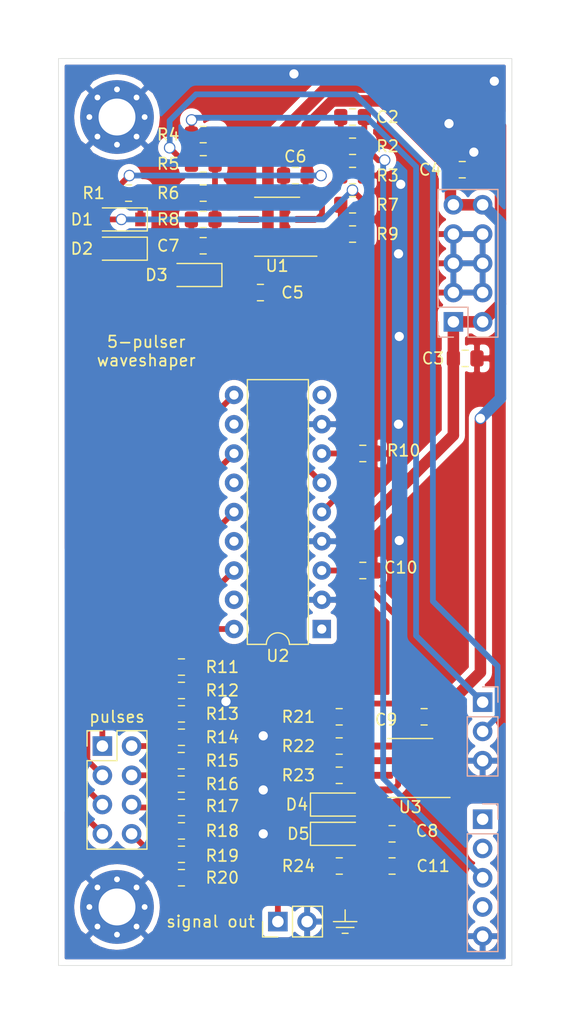
<source format=kicad_pcb>
(kicad_pcb (version 20171130) (host pcbnew 5.1.6-c6e7f7d~87~ubuntu18.04.1)
  (title_block (title "Five Pulser") (date 2020-07-22) (rev 0) (comment 1 creativecommons.org/licenses/by/4.0/) (comment 2 "License: CC by 4.0") (comment 3 "Author: Jordan Aceto"))
  (layers (0 F.Cu signal) (31 B.Cu signal) (34 B.Paste user hide) (35 F.Paste user hide) (36 B.SilkS user) (37 F.SilkS user) (38 B.Mask user) (39 F.Mask user hide) (44 Edge.Cuts user))
  (net 0 "")
  (net 1 "Net-(C2-Pad2)")
  (net 2 "Net-(C2-Pad1)")
  (net 3 "Net-(C7-Pad2)")
  (net 4 "Net-(C7-Pad1)")
  (net 5 GND)
  (net 6 "Net-(C11-Pad1)")
  (net 7 -5_volts)
  (net 8 "Net-(D1-Pad1)")
  (net 9 "Net-(D3-Pad1)")
  (net 10 "Net-(D4-Pad2)")
  (net 11 "Net-(J1-Pad4)")
  (net 12 "Net-(J1-Pad2)")
  (net 13 "Net-(J1-Pad1)")
  (net 14 "Net-(J2-Pad2)")
  (net 15 "Net-(J2-Pad1)")
  (net 16 "Net-(J4-Pad1)")
  (net 17 "Net-(R7-Pad1)")
  (net 18 "Net-(R9-Pad1)")
  (net 19 "Net-(R10-Pad1)")
  (net 20 "Net-(R11-Pad1)")
  (net 21 "Net-(R12-Pad1)")
  (net 22 "Net-(R21-Pad1)")
  (net 23 "Net-(R23-Pad2)")
  (net 24 "Net-(U2-Pad9)")
  (net 25 "Net-(U2-Pad17)")
  (net 26 "Net-(U2-Pad15)")
  (net 27 "Net-(U2-Pad13)")
  (net 28 "Net-(U2-Pad11)")
  (net 29 "Net-(U2-Pad1)")
  (net 30 "Net-(J5-Pad8)")
  (net 31 "Net-(J5-Pad7)")
  (net 32 "Net-(J5-Pad6)")
  (net 33 "Net-(J5-Pad5)")
  (net 34 "Net-(J5-Pad4)")
  (net 35 "Net-(J5-Pad3)")
  (net 36 "Net-(J5-Pad2)")
  (net 37 "Net-(J5-Pad1)")
  (net 38 "Net-(U3-Pad1)")
  (net 39 +12V)
  (net 40 -12V)
  (module Connector_PinHeader_2.54mm:PinHeader_2x05_P2.54mm_Vertical (layer B.Cu) (at 110.49 60.96)
    (fp_text reference J3 hide)
    (fp_text value Conn_02x05_Odd_Even)
    (pad 10 thru_hole oval (at 2.54 -10.16) (size 1.7 1.7) (drill 1) (layers *.Cu *.Mask) (net 40 -12V))
    (pad 9 thru_hole oval (at 0 -10.16) (size 1.7 1.7) (drill 1) (layers *.Cu *.Mask) (net 40 -12V))
    (pad 8 thru_hole oval (at 2.54 -7.62) (size 1.7 1.7) (drill 1) (layers *.Cu *.Mask) (net 5 GND))
    (pad 7 thru_hole oval (at 0 -7.62) (size 1.7 1.7) (drill 1) (layers *.Cu *.Mask) (net 5 GND))
    (pad 6 thru_hole oval (at 2.54 -5.08) (size 1.7 1.7) (drill 1) (layers *.Cu *.Mask) (net 5 GND))
    (pad 5 thru_hole oval (at 0 -5.08) (size 1.7 1.7) (drill 1) (layers *.Cu *.Mask) (net 5 GND))
    (pad 4 thru_hole oval (at 2.54 -2.54) (size 1.7 1.7) (drill 1) (layers *.Cu *.Mask) (net 5 GND))
    (pad 3 thru_hole oval (at 0 -2.54) (size 1.7 1.7) (drill 1) (layers *.Cu *.Mask) (net 5 GND))
    (pad 2 thru_hole oval (at 2.54 0) (size 1.7 1.7) (drill 1) (layers *.Cu *.Mask) (net 39 +12V))
    (pad 1 thru_hole rect (at 0 0) (size 1.7 1.7) (drill 1) (layers *.Cu *.Mask) (net 39 +12V))
  )
  (module Connector_PinHeader_2.54mm:PinHeader_2x04_P2.54mm_Vertical (layer F.Cu) (at 80.01 97.79)
    (fp_text reference J5 hide)
    (fp_text value pulses)
    (pad 8 thru_hole oval (at 2.54 7.62) (size 1.7 1.7) (drill 1) (layers *.Cu *.Mask) (net 30 "Net-(J5-Pad8)"))
    (pad 7 thru_hole oval (at 0 7.62) (size 1.7 1.7) (drill 1) (layers *.Cu *.Mask) (net 31 "Net-(J5-Pad7)"))
    (pad 6 thru_hole oval (at 2.54 5.08) (size 1.7 1.7) (drill 1) (layers *.Cu *.Mask) (net 32 "Net-(J5-Pad6)"))
    (pad 5 thru_hole oval (at 0 5.08) (size 1.7 1.7) (drill 1) (layers *.Cu *.Mask) (net 33 "Net-(J5-Pad5)"))
    (pad 4 thru_hole oval (at 2.54 2.54) (size 1.7 1.7) (drill 1) (layers *.Cu *.Mask) (net 34 "Net-(J5-Pad4)"))
    (pad 3 thru_hole oval (at 0 2.54) (size 1.7 1.7) (drill 1) (layers *.Cu *.Mask) (net 35 "Net-(J5-Pad3)"))
    (pad 2 thru_hole oval (at 2.54 0) (size 1.7 1.7) (drill 1) (layers *.Cu *.Mask) (net 36 "Net-(J5-Pad2)"))
    (pad 1 thru_hole rect (at 0 0) (size 1.7 1.7) (drill 1) (layers *.Cu *.Mask) (net 37 "Net-(J5-Pad1)"))
  )
  (module Package_SO:SOIC-8_3.9x4.9mm_P1.27mm (layer F.Cu) (at 106.745 99.695 180)
    (fp_text reference U3 (at 0 -3.4) (layer F.SilkS))
    (fp_text value TL072)
    (pad 8 smd roundrect (at 2.475 -1.905 180) (size 1.95 0.6) (layers F.Cu F.Paste F.Mask) (net 39 +12V))
    (pad 7 smd roundrect (at 2.475 -0.635 180) (size 1.95 0.6) (layers F.Cu F.Paste F.Mask) (net 23 "Net-(R23-Pad2)"))
    (pad 6 smd roundrect (at 2.475 0.635 180) (size 1.95 0.6) (layers F.Cu F.Paste F.Mask) (net 21 "Net-(R12-Pad1)"))
    (pad 5 smd roundrect (at 2.475 1.905 180) (size 1.95 0.6) (layers F.Cu F.Paste F.Mask) (net 22 "Net-(R21-Pad1)"))
    (pad 4 smd roundrect (at -2.475 1.905 180) (size 1.95 0.6) (layers F.Cu F.Paste F.Mask) (net 40 -12V))
    (pad 3 smd roundrect (at -2.475 0.635 180) (size 1.95 0.6) (layers F.Cu F.Paste F.Mask) (net 5 GND))
    (pad 2 smd roundrect (at -2.475 -0.635 180) (size 1.95 0.6) (layers F.Cu F.Paste F.Mask) (net 38 "Net-(U3-Pad1)"))
    (pad 1 smd roundrect (at -2.475 -1.905 180) (size 1.95 0.6) (layers F.Cu F.Paste F.Mask) (net 38 "Net-(U3-Pad1)"))
  )
  (module Package_DIP:DIP-18_W7.62mm (layer F.Cu) (at 99.06 87.63 180)
    (fp_text reference U2 (at 3.81 -2.33) (layer F.SilkS))
    (fp_text value LM3914)
    (pad 18 thru_hole oval (at 7.62 0 180) (size 1.6 1.6) (drill 0.8) (layers *.Cu *.Mask) (net 20 "Net-(R11-Pad1)"))
    (pad 9 thru_hole oval (at 0 20.32 180) (size 1.6 1.6) (drill 0.8) (layers *.Cu *.Mask) (net 24 "Net-(U2-Pad9)"))
    (pad 17 thru_hole oval (at 7.62 2.54 180) (size 1.6 1.6) (drill 0.8) (layers *.Cu *.Mask) (net 25 "Net-(U2-Pad17)"))
    (pad 8 thru_hole oval (at 0 17.78 180) (size 1.6 1.6) (drill 0.8) (layers *.Cu *.Mask) (net 5 GND))
    (pad 16 thru_hole oval (at 7.62 5.08 180) (size 1.6 1.6) (drill 0.8) (layers *.Cu *.Mask) (net 37 "Net-(J5-Pad1)"))
    (pad 7 thru_hole oval (at 0 15.24 180) (size 1.6 1.6) (drill 0.8) (layers *.Cu *.Mask) (net 19 "Net-(R10-Pad1)"))
    (pad 15 thru_hole oval (at 7.62 7.62 180) (size 1.6 1.6) (drill 0.8) (layers *.Cu *.Mask) (net 26 "Net-(U2-Pad15)"))
    (pad 6 thru_hole oval (at 0 12.7 180) (size 1.6 1.6) (drill 0.8) (layers *.Cu *.Mask) (net 9 "Net-(D3-Pad1)"))
    (pad 14 thru_hole oval (at 7.62 10.16 180) (size 1.6 1.6) (drill 0.8) (layers *.Cu *.Mask) (net 35 "Net-(J5-Pad3)"))
    (pad 5 thru_hole oval (at 0 10.16 180) (size 1.6 1.6) (drill 0.8) (layers *.Cu *.Mask) (net 18 "Net-(R9-Pad1)"))
    (pad 13 thru_hole oval (at 7.62 12.7 180) (size 1.6 1.6) (drill 0.8) (layers *.Cu *.Mask) (net 27 "Net-(U2-Pad13)"))
    (pad 4 thru_hole oval (at 0 7.62 180) (size 1.6 1.6) (drill 0.8) (layers *.Cu *.Mask) (net 5 GND))
    (pad 12 thru_hole oval (at 7.62 15.24 180) (size 1.6 1.6) (drill 0.8) (layers *.Cu *.Mask) (net 33 "Net-(J5-Pad5)"))
    (pad 3 thru_hole oval (at 0 5.08 180) (size 1.6 1.6) (drill 0.8) (layers *.Cu *.Mask) (net 39 +12V))
    (pad 11 thru_hole oval (at 7.62 17.78 180) (size 1.6 1.6) (drill 0.8) (layers *.Cu *.Mask) (net 28 "Net-(U2-Pad11)"))
    (pad 2 thru_hole oval (at 0 2.54 180) (size 1.6 1.6) (drill 0.8) (layers *.Cu *.Mask) (net 5 GND))
    (pad 10 thru_hole oval (at 7.62 20.32 180) (size 1.6 1.6) (drill 0.8) (layers *.Cu *.Mask) (net 31 "Net-(J5-Pad7)"))
    (pad 1 thru_hole rect (at 0 0 180) (size 1.6 1.6) (drill 0.8) (layers *.Cu *.Mask) (net 29 "Net-(U2-Pad1)"))
  )
  (module Package_SO:SOIC-8_3.9x4.9mm_P1.27mm (layer F.Cu) (at 95.185 52.705 180)
    (fp_text reference U1 (at 0 -3.4) (layer F.SilkS))
    (fp_text value TL072)
    (pad 8 smd roundrect (at 2.475 -1.905 180) (size 1.95 0.6) (layers F.Cu F.Paste F.Mask) (net 39 +12V))
    (pad 7 smd roundrect (at 2.475 -0.635 180) (size 1.95 0.6) (layers F.Cu F.Paste F.Mask) (net 4 "Net-(C7-Pad1)"))
    (pad 6 smd roundrect (at 2.475 0.635 180) (size 1.95 0.6) (layers F.Cu F.Paste F.Mask) (net 3 "Net-(C7-Pad2)"))
    (pad 5 smd roundrect (at 2.475 1.905 180) (size 1.95 0.6) (layers F.Cu F.Paste F.Mask) (net 5 GND))
    (pad 4 smd roundrect (at -2.475 1.905 180) (size 1.95 0.6) (layers F.Cu F.Paste F.Mask) (net 40 -12V))
    (pad 3 smd roundrect (at -2.475 0.635 180) (size 1.95 0.6) (layers F.Cu F.Paste F.Mask) (net 2 "Net-(C2-Pad1)"))
    (pad 2 smd roundrect (at -2.475 -0.635 180) (size 1.95 0.6) (layers F.Cu F.Paste F.Mask) (net 17 "Net-(R7-Pad1)"))
    (pad 1 smd roundrect (at -2.475 -1.905 180) (size 1.95 0.6) (layers F.Cu F.Paste F.Mask) (net 18 "Net-(R9-Pad1)"))
  )
  (module Resistor_SMD:R_0805_2012Metric_Pad1.15x1.40mm_HandSolder (layer F.Cu) (at 100.584 108.204)
    (fp_text reference R24 (at -3.547 0) (layer F.SilkS))
    (fp_text value 1k)
    (pad 2 smd roundrect (at 1.025 0) (size 1.15 1.4) (layers F.Cu F.Paste F.Mask) (roundrect_rratio 0.217391) (net 6 "Net-(C11-Pad1)"))
    (pad 1 smd roundrect (at -1.025 0) (size 1.15 1.4) (layers F.Cu F.Paste F.Mask) (roundrect_rratio 0.217391) (net 16 "Net-(J4-Pad1)"))
  )
  (module Resistor_SMD:R_0805_2012Metric_Pad1.15x1.40mm_HandSolder (layer F.Cu) (at 100.575 100.33)
    (fp_text reference R23 (at -3.547 0) (layer F.SilkS))
    (fp_text value 3k9)
    (pad 2 smd roundrect (at 1.025 0) (size 1.15 1.4) (layers F.Cu F.Paste F.Mask) (roundrect_rratio 0.217391) (net 23 "Net-(R23-Pad2)"))
    (pad 1 smd roundrect (at -1.025 0) (size 1.15 1.4) (layers F.Cu F.Paste F.Mask) (roundrect_rratio 0.217391) (net 6 "Net-(C11-Pad1)"))
  )
  (module Resistor_SMD:R_0805_2012Metric_Pad1.15x1.40mm_HandSolder (layer F.Cu) (at 100.575 97.79)
    (fp_text reference R22 (at -3.547 0) (layer F.SilkS))
    (fp_text value 22k)
    (pad 2 smd roundrect (at 1.025 0) (size 1.15 1.4) (layers F.Cu F.Paste F.Mask) (roundrect_rratio 0.217391) (net 22 "Net-(R21-Pad1)"))
    (pad 1 smd roundrect (at -1.025 0) (size 1.15 1.4) (layers F.Cu F.Paste F.Mask) (roundrect_rratio 0.217391) (net 5 GND))
  )
  (module Resistor_SMD:R_0805_2012Metric_Pad1.15x1.40mm_HandSolder (layer F.Cu) (at 100.575 95.25 180)
    (fp_text reference R21 (at 3.547 0) (layer F.SilkS))
    (fp_text value 3k9)
    (pad 2 smd roundrect (at 1.025 0 180) (size 1.15 1.4) (layers F.Cu F.Paste F.Mask) (roundrect_rratio 0.217391) (net 39 +12V))
    (pad 1 smd roundrect (at -1.025 0 180) (size 1.15 1.4) (layers F.Cu F.Paste F.Mask) (roundrect_rratio 0.217391) (net 22 "Net-(R21-Pad1)"))
  )
  (module Resistor_SMD:R_0805_2012Metric_Pad1.15x1.40mm_HandSolder (layer F.Cu) (at 86.877 109.22 180)
    (fp_text reference R20 (at -3.547 0) (layer F.SilkS))
    (fp_text value 150k)
    (pad 2 smd roundrect (at 1.025 0 180) (size 1.15 1.4) (layers F.Cu F.Paste F.Mask) (roundrect_rratio 0.217391) (net 30 "Net-(J5-Pad8)"))
    (pad 1 smd roundrect (at -1.025 0 180) (size 1.15 1.4) (layers F.Cu F.Paste F.Mask) (roundrect_rratio 0.217391) (net 21 "Net-(R12-Pad1)"))
  )
  (module Resistor_SMD:R_0805_2012Metric_Pad1.15x1.40mm_HandSolder (layer F.Cu) (at 86.877 107.188)
    (fp_text reference R19 (at 3.547 0.127) (layer F.SilkS))
    (fp_text value 10k)
    (pad 2 smd roundrect (at 1.025 0) (size 1.15 1.4) (layers F.Cu F.Paste F.Mask) (roundrect_rratio 0.217391) (net 39 +12V))
    (pad 1 smd roundrect (at -1.025 0) (size 1.15 1.4) (layers F.Cu F.Paste F.Mask) (roundrect_rratio 0.217391) (net 30 "Net-(J5-Pad8)"))
  )
  (module Resistor_SMD:R_0805_2012Metric_Pad1.15x1.40mm_HandSolder (layer F.Cu) (at 86.877 105.156 180)
    (fp_text reference R18 (at -3.547 0) (layer F.SilkS))
    (fp_text value 150k)
    (pad 2 smd roundrect (at 1.025 0 180) (size 1.15 1.4) (layers F.Cu F.Paste F.Mask) (roundrect_rratio 0.217391) (net 32 "Net-(J5-Pad6)"))
    (pad 1 smd roundrect (at -1.025 0 180) (size 1.15 1.4) (layers F.Cu F.Paste F.Mask) (roundrect_rratio 0.217391) (net 21 "Net-(R12-Pad1)"))
  )
  (module Resistor_SMD:R_0805_2012Metric_Pad1.15x1.40mm_HandSolder (layer F.Cu) (at 86.877 103.124)
    (fp_text reference R17 (at 3.547 -0.127) (layer F.SilkS))
    (fp_text value 10k)
    (pad 2 smd roundrect (at 1.025 0) (size 1.15 1.4) (layers F.Cu F.Paste F.Mask) (roundrect_rratio 0.217391) (net 39 +12V))
    (pad 1 smd roundrect (at -1.025 0) (size 1.15 1.4) (layers F.Cu F.Paste F.Mask) (roundrect_rratio 0.217391) (net 32 "Net-(J5-Pad6)"))
  )
  (module Resistor_SMD:R_0805_2012Metric_Pad1.15x1.40mm_HandSolder (layer F.Cu) (at 86.859 101.092 180)
    (fp_text reference R16 (at -3.565 0) (layer F.SilkS))
    (fp_text value 150k)
    (pad 2 smd roundrect (at 1.025 0 180) (size 1.15 1.4) (layers F.Cu F.Paste F.Mask) (roundrect_rratio 0.217391) (net 34 "Net-(J5-Pad4)"))
    (pad 1 smd roundrect (at -1.025 0 180) (size 1.15 1.4) (layers F.Cu F.Paste F.Mask) (roundrect_rratio 0.217391) (net 21 "Net-(R12-Pad1)"))
  )
  (module Resistor_SMD:R_0805_2012Metric_Pad1.15x1.40mm_HandSolder (layer F.Cu) (at 86.859 99.06)
    (fp_text reference R15 (at 3.565 0) (layer F.SilkS))
    (fp_text value 10k)
    (pad 2 smd roundrect (at 1.025 0) (size 1.15 1.4) (layers F.Cu F.Paste F.Mask) (roundrect_rratio 0.217391) (net 39 +12V))
    (pad 1 smd roundrect (at -1.025 0) (size 1.15 1.4) (layers F.Cu F.Paste F.Mask) (roundrect_rratio 0.217391) (net 34 "Net-(J5-Pad4)"))
  )
  (module Resistor_SMD:R_0805_2012Metric_Pad1.15x1.40mm_HandSolder (layer F.Cu) (at 86.877 97.028 180)
    (fp_text reference R14 (at -3.547 0) (layer F.SilkS))
    (fp_text value 150k)
    (pad 2 smd roundrect (at 1.025 0 180) (size 1.15 1.4) (layers F.Cu F.Paste F.Mask) (roundrect_rratio 0.217391) (net 36 "Net-(J5-Pad2)"))
    (pad 1 smd roundrect (at -1.025 0 180) (size 1.15 1.4) (layers F.Cu F.Paste F.Mask) (roundrect_rratio 0.217391) (net 21 "Net-(R12-Pad1)"))
  )
  (module Resistor_SMD:R_0805_2012Metric_Pad1.15x1.40mm_HandSolder (layer F.Cu) (at 86.877 94.996)
    (fp_text reference R13 (at 3.547 0) (layer F.SilkS))
    (fp_text value 10k)
    (pad 2 smd roundrect (at 1.025 0) (size 1.15 1.4) (layers F.Cu F.Paste F.Mask) (roundrect_rratio 0.217391) (net 39 +12V))
    (pad 1 smd roundrect (at -1.025 0) (size 1.15 1.4) (layers F.Cu F.Paste F.Mask) (roundrect_rratio 0.217391) (net 36 "Net-(J5-Pad2)"))
  )
  (module Resistor_SMD:R_0805_2012Metric_Pad1.15x1.40mm_HandSolder (layer F.Cu) (at 86.877 92.964 180)
    (fp_text reference R12 (at -3.547 0) (layer F.SilkS))
    (fp_text value 120k)
    (pad 2 smd roundrect (at 1.025 0 180) (size 1.15 1.4) (layers F.Cu F.Paste F.Mask) (roundrect_rratio 0.217391) (net 20 "Net-(R11-Pad1)"))
    (pad 1 smd roundrect (at -1.025 0 180) (size 1.15 1.4) (layers F.Cu F.Paste F.Mask) (roundrect_rratio 0.217391) (net 21 "Net-(R12-Pad1)"))
  )
  (module Resistor_SMD:R_0805_2012Metric_Pad1.15x1.40mm_HandSolder (layer F.Cu) (at 86.877 90.932)
    (fp_text reference R11 (at 3.547 0) (layer F.SilkS))
    (fp_text value 10k)
    (pad 2 smd roundrect (at 1.025 0) (size 1.15 1.4) (layers F.Cu F.Paste F.Mask) (roundrect_rratio 0.217391) (net 39 +12V))
    (pad 1 smd roundrect (at -1.025 0) (size 1.15 1.4) (layers F.Cu F.Paste F.Mask) (roundrect_rratio 0.217391) (net 20 "Net-(R11-Pad1)"))
  )
  (module Resistor_SMD:R_0805_2012Metric_Pad1.15x1.40mm_HandSolder (layer F.Cu) (at 102.625 72.39)
    (fp_text reference R10 (at 3.547 -0.254) (layer F.SilkS))
    (fp_text value 5k6)
    (pad 2 smd roundrect (at 1.025 0) (size 1.15 1.4) (layers F.Cu F.Paste F.Mask) (roundrect_rratio 0.217391) (net 5 GND))
    (pad 1 smd roundrect (at -1.025 0) (size 1.15 1.4) (layers F.Cu F.Paste F.Mask) (roundrect_rratio 0.217391) (net 19 "Net-(R10-Pad1)"))
  )
  (module Resistor_SMD:R_0805_2012Metric_Pad1.15x1.40mm_HandSolder (layer F.Cu) (at 101.736 53.34 180)
    (fp_text reference R9 (at -3.039 0) (layer F.SilkS))
    (fp_text value 10k)
    (pad 2 smd roundrect (at 1.025 0 180) (size 1.15 1.4) (layers F.Cu F.Paste F.Mask) (roundrect_rratio 0.217391) (net 17 "Net-(R7-Pad1)"))
    (pad 1 smd roundrect (at -1.025 0 180) (size 1.15 1.4) (layers F.Cu F.Paste F.Mask) (roundrect_rratio 0.217391) (net 18 "Net-(R9-Pad1)"))
  )
  (module Resistor_SMD:R_0805_2012Metric_Pad1.15x1.40mm_HandSolder (layer F.Cu) (at 88.764 52.07)
    (fp_text reference R8 (at -3.039 0) (layer F.SilkS))
    (fp_text value 39k)
    (pad 2 smd roundrect (at 1.025 0) (size 1.15 1.4) (layers F.Cu F.Paste F.Mask) (roundrect_rratio 0.217391) (net 3 "Net-(C7-Pad2)"))
    (pad 1 smd roundrect (at -1.025 0) (size 1.15 1.4) (layers F.Cu F.Paste F.Mask) (roundrect_rratio 0.217391) (net 4 "Net-(C7-Pad1)"))
  )
  (module Resistor_SMD:R_0805_2012Metric_Pad1.15x1.40mm_HandSolder (layer F.Cu) (at 101.736 50.8)
    (fp_text reference R7 (at 3.039 0) (layer F.SilkS))
    (fp_text value 100k)
    (pad 2 smd roundrect (at 1.025 0) (size 1.15 1.4) (layers F.Cu F.Paste F.Mask) (roundrect_rratio 0.217391) (net 7 -5_volts))
    (pad 1 smd roundrect (at -1.025 0) (size 1.15 1.4) (layers F.Cu F.Paste F.Mask) (roundrect_rratio 0.217391) (net 17 "Net-(R7-Pad1)"))
  )
  (module Resistor_SMD:R_0805_2012Metric_Pad1.15x1.40mm_HandSolder (layer F.Cu) (at 88.764 49.784 180)
    (fp_text reference R6 (at 3.039 0) (layer F.SilkS))
    (fp_text value 100k)
    (pad 2 smd roundrect (at 1.025 0 180) (size 1.15 1.4) (layers F.Cu F.Paste F.Mask) (roundrect_rratio 0.217391) (net 8 "Net-(D1-Pad1)"))
    (pad 1 smd roundrect (at -1.025 0 180) (size 1.15 1.4) (layers F.Cu F.Paste F.Mask) (roundrect_rratio 0.217391) (net 3 "Net-(C7-Pad2)"))
  )
  (module Resistor_SMD:R_0805_2012Metric_Pad1.15x1.40mm_HandSolder (layer F.Cu) (at 88.773 47.244 180)
    (fp_text reference R5 (at 3.048 0) (layer F.SilkS))
    (fp_text value 100k)
    (pad 2 smd roundrect (at 1.025 0 180) (size 1.15 1.4) (layers F.Cu F.Paste F.Mask) (roundrect_rratio 0.217391) (net 14 "Net-(J2-Pad2)"))
    (pad 1 smd roundrect (at -1.025 0 180) (size 1.15 1.4) (layers F.Cu F.Paste F.Mask) (roundrect_rratio 0.217391) (net 3 "Net-(C7-Pad2)"))
  )
  (module Resistor_SMD:R_0805_2012Metric_Pad1.15x1.40mm_HandSolder (layer F.Cu) (at 88.764 44.704 180)
    (fp_text reference R4 (at 3.039 0) (layer F.SilkS))
    (fp_text value 120k)
    (pad 2 smd roundrect (at 1.025 0 180) (size 1.15 1.4) (layers F.Cu F.Paste F.Mask) (roundrect_rratio 0.217391) (net 15 "Net-(J2-Pad1)"))
    (pad 1 smd roundrect (at -1.025 0 180) (size 1.15 1.4) (layers F.Cu F.Paste F.Mask) (roundrect_rratio 0.217391) (net 3 "Net-(C7-Pad2)"))
  )
  (module Resistor_SMD:R_0805_2012Metric_Pad1.15x1.40mm_HandSolder (layer F.Cu) (at 101.736 48.26 180)
    (fp_text reference R3 (at -3.039 0) (layer F.SilkS))
    (fp_text value 10k)
    (pad 2 smd roundrect (at 1.025 0 180) (size 1.15 1.4) (layers F.Cu F.Paste F.Mask) (roundrect_rratio 0.217391) (net 2 "Net-(C2-Pad1)"))
    (pad 1 smd roundrect (at -1.025 0 180) (size 1.15 1.4) (layers F.Cu F.Paste F.Mask) (roundrect_rratio 0.217391) (net 5 GND))
  )
  (module Resistor_SMD:R_0805_2012Metric_Pad1.15x1.40mm_HandSolder (layer F.Cu) (at 101.736 45.72 180)
    (fp_text reference R2 (at -3.039 0) (layer F.SilkS))
    (fp_text value 100k)
    (pad 2 smd roundrect (at 1.025 0 180) (size 1.15 1.4) (layers F.Cu F.Paste F.Mask) (roundrect_rratio 0.217391) (net 2 "Net-(C2-Pad1)"))
    (pad 1 smd roundrect (at -1.025 0 180) (size 1.15 1.4) (layers F.Cu F.Paste F.Mask) (roundrect_rratio 0.217391) (net 1 "Net-(C2-Pad2)"))
  )
  (module Resistor_SMD:R_0805_2012Metric_Pad1.15x1.40mm_HandSolder (layer F.Cu) (at 82.287 49.784 180)
    (fp_text reference R1 (at 3.039 0) (layer F.SilkS))
    (fp_text value 3k9)
    (pad 2 smd roundrect (at 1.025 0 180) (size 1.15 1.4) (layers F.Cu F.Paste F.Mask) (roundrect_rratio 0.217391) (net 40 -12V))
    (pad 1 smd roundrect (at -1.025 0 180) (size 1.15 1.4) (layers F.Cu F.Paste F.Mask) (roundrect_rratio 0.217391) (net 8 "Net-(D1-Pad1)"))
  )
  (module Connector_PinHeader_2.54mm:PinHeader_1x02_P2.54mm_Vertical (layer F.Cu) (at 95.25 113.03 90)
    (fp_text reference J4 hide)
    (fp_text value signal_out)
    (pad 2 thru_hole oval (at 0 2.54 90) (size 1.7 1.7) (drill 1) (layers *.Cu *.Mask) (net 5 GND))
    (pad 1 thru_hole rect (at 0 0 90) (size 1.7 1.7) (drill 1) (layers *.Cu *.Mask) (net 16 "Net-(J4-Pad1)"))
  )
  (module Connector_PinHeader_2.54mm:PinHeader_1x03_P2.54mm_Vertical (layer B.Cu) (at 113.03 93.98 180)
    (fp_text reference J2 hide)
    (fp_text value CV_in)
    (pad 3 thru_hole oval (at 0 -5.08 180) (size 1.7 1.7) (drill 1) (layers *.Cu *.Mask) (net 5 GND))
    (pad 2 thru_hole oval (at 0 -2.54 180) (size 1.7 1.7) (drill 1) (layers *.Cu *.Mask) (net 14 "Net-(J2-Pad2)"))
    (pad 1 thru_hole rect (at 0 0 180) (size 1.7 1.7) (drill 1) (layers *.Cu *.Mask) (net 15 "Net-(J2-Pad1)"))
  )
  (module Connector_PinHeader_2.54mm:PinHeader_1x05_P2.54mm_Vertical (layer B.Cu) (at 113.03 104.14 180)
    (fp_text reference J1)
    (fp_text value signal_in)
    (pad 5 thru_hole oval (at 0 -10.16 180) (size 1.7 1.7) (drill 1) (layers *.Cu *.Mask) (net 5 GND))
    (pad 4 thru_hole oval (at 0 -7.62 180) (size 1.7 1.7) (drill 1) (layers *.Cu *.Mask) (net 11 "Net-(J1-Pad4)"))
    (pad 3 thru_hole oval (at 0 -5.08 180) (size 1.7 1.7) (drill 1) (layers *.Cu *.Mask) (net 1 "Net-(C2-Pad2)"))
    (pad 2 thru_hole oval (at 0 -2.54 180) (size 1.7 1.7) (drill 1) (layers *.Cu *.Mask) (net 12 "Net-(J1-Pad2)"))
    (pad 1 thru_hole rect (at 0 0 180) (size 1.7 1.7) (drill 1) (layers *.Cu *.Mask) (net 13 "Net-(J1-Pad1)"))
  )
  (module MountingHole:MountingHole_3.2mm_M3_Pad_Via (layer F.Cu) (at 81.28 43.18)
    (fp_text reference H2)
    (fp_text value MountingHole_Pad)
    (pad 1 thru_hole circle (at 1.697056 -1.697056) (size 0.8 0.8) (drill 0.5) (layers *.Cu *.Mask) (net 5 GND))
    (pad 1 thru_hole circle (at 0 -2.4) (size 0.8 0.8) (drill 0.5) (layers *.Cu *.Mask) (net 5 GND))
    (pad 1 thru_hole circle (at -1.697056 -1.697056) (size 0.8 0.8) (drill 0.5) (layers *.Cu *.Mask) (net 5 GND))
    (pad 1 thru_hole circle (at -2.4 0) (size 0.8 0.8) (drill 0.5) (layers *.Cu *.Mask) (net 5 GND))
    (pad 1 thru_hole circle (at -1.697056 1.697056) (size 0.8 0.8) (drill 0.5) (layers *.Cu *.Mask) (net 5 GND))
    (pad 1 thru_hole circle (at 0 2.4) (size 0.8 0.8) (drill 0.5) (layers *.Cu *.Mask) (net 5 GND))
    (pad 1 thru_hole circle (at 1.697056 1.697056) (size 0.8 0.8) (drill 0.5) (layers *.Cu *.Mask) (net 5 GND))
    (pad 1 thru_hole circle (at 2.4 0) (size 0.8 0.8) (drill 0.5) (layers *.Cu *.Mask) (net 5 GND))
    (pad 1 thru_hole circle (at 0 0) (size 6.4 6.4) (drill 3.2) (layers *.Cu *.Mask) (net 5 GND))
  )
  (module MountingHole:MountingHole_3.2mm_M3_Pad_Via (layer F.Cu) (at 81.28 111.76)
    (fp_text reference H1)
    (fp_text value MountingHole_Pad)
    (pad 1 thru_hole circle (at 1.697056 -1.697056) (size 0.8 0.8) (drill 0.5) (layers *.Cu *.Mask) (net 5 GND))
    (pad 1 thru_hole circle (at 0 -2.4) (size 0.8 0.8) (drill 0.5) (layers *.Cu *.Mask) (net 5 GND))
    (pad 1 thru_hole circle (at -1.697056 -1.697056) (size 0.8 0.8) (drill 0.5) (layers *.Cu *.Mask) (net 5 GND))
    (pad 1 thru_hole circle (at -2.4 0) (size 0.8 0.8) (drill 0.5) (layers *.Cu *.Mask) (net 5 GND))
    (pad 1 thru_hole circle (at -1.697056 1.697056) (size 0.8 0.8) (drill 0.5) (layers *.Cu *.Mask) (net 5 GND))
    (pad 1 thru_hole circle (at 0 2.4) (size 0.8 0.8) (drill 0.5) (layers *.Cu *.Mask) (net 5 GND))
    (pad 1 thru_hole circle (at 1.697056 1.697056) (size 0.8 0.8) (drill 0.5) (layers *.Cu *.Mask) (net 5 GND))
    (pad 1 thru_hole circle (at 2.4 0) (size 0.8 0.8) (drill 0.5) (layers *.Cu *.Mask) (net 5 GND))
    (pad 1 thru_hole circle (at 0 0) (size 6.4 6.4) (drill 3.2) (layers *.Cu *.Mask) (net 5 GND))
  )
  (module Diode_SMD:D_SOD-123 (layer F.Cu) (at 100.33 105.41)
    (fp_text reference D5 (at -3.302 0) (layer F.SilkS))
    (fp_text value 5v1)
    (pad 2 smd rect (at 1.65 0) (size 0.9 1.2) (layers F.Cu F.Paste F.Mask) (net 10 "Net-(D4-Pad2)"))
    (pad 1 smd rect (at -1.65 0) (size 0.9 1.2) (layers F.Cu F.Paste F.Mask) (net 5 GND))
  )
  (module Diode_SMD:D_SOD-123 (layer F.Cu) (at 100.33 102.87)
    (fp_text reference D4 (at -3.43 0) (layer F.SilkS))
    (fp_text value 5v1)
    (pad 2 smd rect (at 1.65 0) (size 0.9 1.2) (layers F.Cu F.Paste F.Mask) (net 10 "Net-(D4-Pad2)"))
    (pad 1 smd rect (at -1.65 0) (size 0.9 1.2) (layers F.Cu F.Paste F.Mask) (net 6 "Net-(C11-Pad1)"))
  )
  (module Diode_SMD:D_SOD-123 (layer F.Cu) (at 88.139 56.896 180)
    (fp_text reference D3 (at 3.43 0) (layer F.SilkS))
    (fp_text value 1N4148W)
    (pad 2 smd rect (at 1.65 0 180) (size 0.9 1.2) (layers F.Cu F.Paste F.Mask) (net 4 "Net-(C7-Pad1)"))
    (pad 1 smd rect (at -1.65 0 180) (size 0.9 1.2) (layers F.Cu F.Paste F.Mask) (net 9 "Net-(D3-Pad1)"))
  )
  (module Diode_SMD:D_SOD-123 (layer F.Cu) (at 81.662 54.61 180)
    (fp_text reference D2 (at 3.43 0) (layer F.SilkS))
    (fp_text value 5v1)
    (pad 2 smd rect (at 1.65 0 180) (size 0.9 1.2) (layers F.Cu F.Paste F.Mask) (net 7 -5_volts))
    (pad 1 smd rect (at -1.65 0 180) (size 0.9 1.2) (layers F.Cu F.Paste F.Mask) (net 5 GND))
  )
  (module Diode_SMD:D_SOD-123 (layer F.Cu) (at 81.662 52.07 180)
    (fp_text reference D1 (at 3.43 0) (layer F.SilkS))
    (fp_text value 1N4148W)
    (pad 2 smd rect (at 1.65 0 180) (size 0.9 1.2) (layers F.Cu F.Paste F.Mask) (net 7 -5_volts))
    (pad 1 smd rect (at -1.65 0 180) (size 0.9 1.2) (layers F.Cu F.Paste F.Mask) (net 8 "Net-(D1-Pad1)"))
  )
  (module Capacitor_SMD:C_0805_2012Metric_Pad1.15x1.40mm_HandSolder (layer F.Cu) (at 105.165 108.204)
    (fp_text reference C11 (at 3.565 0) (layer F.SilkS))
    (fp_text value 10nF)
    (pad 2 smd roundrect (at 1.025 0) (size 1.15 1.4) (layers F.Cu F.Paste F.Mask) (roundrect_rratio 0.217391) (net 5 GND))
    (pad 1 smd roundrect (at -1.025 0) (size 1.15 1.4) (layers F.Cu F.Paste F.Mask) (roundrect_rratio 0.217391) (net 6 "Net-(C11-Pad1)"))
  )
  (module Capacitor_SMD:C_0805_2012Metric_Pad1.15x1.40mm_HandSolder (layer F.Cu) (at 102.625 82.55)
    (fp_text reference C10 (at 3.302 -0.254) (layer F.SilkS))
    (fp_text value 100nF)
    (pad 2 smd roundrect (at 1.025 0) (size 1.15 1.4) (layers F.Cu F.Paste F.Mask) (roundrect_rratio 0.217391) (net 5 GND))
    (pad 1 smd roundrect (at -1.025 0) (size 1.15 1.4) (layers F.Cu F.Paste F.Mask) (roundrect_rratio 0.217391) (net 39 +12V))
  )
  (module Capacitor_SMD:C_0805_2012Metric_Pad1.15x1.40mm_HandSolder (layer F.Cu) (at 107.95 95.25)
    (fp_text reference C9 (at -3.302 0.254) (layer F.SilkS))
    (fp_text value 100nF)
    (pad 2 smd roundrect (at 1.025 0) (size 1.15 1.4) (layers F.Cu F.Paste F.Mask) (roundrect_rratio 0.217391) (net 40 -12V))
    (pad 1 smd roundrect (at -1.025 0) (size 1.15 1.4) (layers F.Cu F.Paste F.Mask) (roundrect_rratio 0.217391) (net 5 GND))
  )
  (module Capacitor_SMD:C_0805_2012Metric_Pad1.15x1.40mm_HandSolder (layer F.Cu) (at 105.165 105.41)
    (fp_text reference C8 (at 3.039 -0.254) (layer F.SilkS))
    (fp_text value 100nF)
    (pad 2 smd roundrect (at 1.025 0) (size 1.15 1.4) (layers F.Cu F.Paste F.Mask) (roundrect_rratio 0.217391) (net 5 GND))
    (pad 1 smd roundrect (at -1.025 0) (size 1.15 1.4) (layers F.Cu F.Paste F.Mask) (roundrect_rratio 0.217391) (net 39 +12V))
  )
  (module Capacitor_SMD:C_0805_2012Metric_Pad1.15x1.40mm_HandSolder (layer F.Cu) (at 88.764 54.356)
    (fp_text reference C7 (at -3.039 0) (layer F.SilkS))
    (fp_text value 100nF)
    (pad 2 smd roundrect (at 1.025 0) (size 1.15 1.4) (layers F.Cu F.Paste F.Mask) (roundrect_rratio 0.217391) (net 3 "Net-(C7-Pad2)"))
    (pad 1 smd roundrect (at -1.025 0) (size 1.15 1.4) (layers F.Cu F.Paste F.Mask) (roundrect_rratio 0.217391) (net 4 "Net-(C7-Pad1)"))
  )
  (module Capacitor_SMD:C_0805_2012Metric_Pad1.15x1.40mm_HandSolder (layer F.Cu) (at 96.765 48.26)
    (fp_text reference C6 (at 0 -1.65) (layer F.SilkS))
    (fp_text value 100nF)
    (pad 2 smd roundrect (at 1.025 0) (size 1.15 1.4) (layers F.Cu F.Paste F.Mask) (roundrect_rratio 0.217391) (net 40 -12V))
    (pad 1 smd roundrect (at -1.025 0) (size 1.15 1.4) (layers F.Cu F.Paste F.Mask) (roundrect_rratio 0.217391) (net 5 GND))
  )
  (module Capacitor_SMD:C_0805_2012Metric_Pad1.15x1.40mm_HandSolder (layer F.Cu) (at 93.735 58.42)
    (fp_text reference C5 (at 2.785 0) (layer F.SilkS))
    (fp_text value 100nF)
    (pad 2 smd roundrect (at 1.025 0) (size 1.15 1.4) (layers F.Cu F.Paste F.Mask) (roundrect_rratio 0.217391) (net 5 GND))
    (pad 1 smd roundrect (at -1.025 0) (size 1.15 1.4) (layers F.Cu F.Paste F.Mask) (roundrect_rratio 0.217391) (net 39 +12V))
  )
  (module Capacitor_SMD:C_0805_2012Metric_Pad1.15x1.40mm_HandSolder (layer F.Cu) (at 111.261 47.752 180)
    (fp_text reference C4 (at 2.785 0) (layer F.SilkS))
    (fp_text value 10uF)
    (pad 2 smd roundrect (at 1.025 0 180) (size 1.15 1.4) (layers F.Cu F.Paste F.Mask) (roundrect_rratio 0.217391) (net 40 -12V))
    (pad 1 smd roundrect (at -1.025 0 180) (size 1.15 1.4) (layers F.Cu F.Paste F.Mask) (roundrect_rratio 0.217391) (net 5 GND))
  )
  (module Capacitor_SMD:C_0805_2012Metric_Pad1.15x1.40mm_HandSolder (layer F.Cu) (at 111.515 64.135)
    (fp_text reference C3 (at -2.785 0) (layer F.SilkS))
    (fp_text value 10uF)
    (pad 2 smd roundrect (at 1.025 0) (size 1.15 1.4) (layers F.Cu F.Paste F.Mask) (roundrect_rratio 0.217391) (net 5 GND))
    (pad 1 smd roundrect (at -1.025 0) (size 1.15 1.4) (layers F.Cu F.Paste F.Mask) (roundrect_rratio 0.217391) (net 39 +12V))
  )
  (module Capacitor_SMD:C_0805_2012Metric_Pad1.15x1.40mm_HandSolder (layer F.Cu) (at 101.736 43.18)
    (fp_text reference C2 (at 3.039 0) (layer F.SilkS))
    (fp_text value 10pF)
    (pad 2 smd roundrect (at 1.025 0) (size 1.15 1.4) (layers F.Cu F.Paste F.Mask) (roundrect_rratio 0.217391) (net 1 "Net-(C2-Pad2)"))
    (pad 1 smd roundrect (at -1.025 0) (size 1.15 1.4) (layers F.Cu F.Paste F.Mask) (roundrect_rratio 0.217391) (net 2 "Net-(C2-Pad1)"))
  )
  (gr_line (start 101.092 113.03) (end 101.092 112.014) (layer F.SilkS) (width 0.12))
  (gr_line (start 101.854 113.03) (end 102.108 113.03) (layer F.SilkS) (width 0.12))
  (gr_line (start 101.6 113.538) (end 101.854 113.538) (layer F.SilkS) (width 0.12))
  (gr_line (start 101.092 114.046) (end 101.346 114.046) (layer F.SilkS) (width 0.12))
  (gr_line (start 101.6 113.03) (end 101.854 113.03) (layer F.SilkS) (width 0.12))
  (gr_line (start 101.346 113.538) (end 101.6 113.538) (layer F.SilkS) (width 0.12))
  (gr_line (start 100.838 114.046) (end 101.092 114.046) (layer F.SilkS) (width 0.12))
  (gr_line (start 100.33 113.538) (end 101.346 113.538) (layer F.SilkS) (width 0.12))
  (gr_line (start 100.076 113.03) (end 101.6 113.03) (layer F.SilkS) (width 0.12))
  (gr_text "signal out" (at 89.408 113.03) (layer F.SilkS) (effects (font (size 1 1))))
  (gr_text pulses (at 81.28 95.25) (layer F.SilkS) (effects (font (size 1 1))))
  (gr_text "5-pulser\nwaveshaper" (at 83.82 63.5) (layer F.SilkS) (effects (font (size 1 1))))
  (gr_line (start 115.57 38.1) (end 76.2 38.1) (layer Edge.Cuts) (width 0.05))
  (gr_line (start 115.57 116.84) (end 115.57 38.1) (layer Edge.Cuts) (width 0.05))
  (gr_line (start 76.2 116.84) (end 115.57 116.84) (layer Edge.Cuts) (width 0.05))
  (gr_line (start 76.2 115.57) (end 76.2 116.84) (layer Edge.Cuts) (width 0.05))
  (gr_line (start 76.2 38.1) (end 76.2 115.57) (layer Edge.Cuts) (width 0.05))
  (segment (start 102.761 43.18) (end 102.761 45.72) (width 0.5) (layer F.Cu) (net 1))
  (via (at 104.521 46.9265) (size 1) (drill 0.8) (layers F.Cu B.Cu) (net 1))
  (segment (start 103.015 45.974) (end 102.761 45.72) (width 0.5) (layer F.Cu) (net 1))
  (segment (start 104.521 46.9265) (end 103.9675 46.9265) (width 0.5) (layer F.Cu) (net 1))
  (segment (start 103.9675 46.9265) (end 103.015 45.974) (width 0.5) (layer F.Cu) (net 1))
  (segment (start 104.394 100.584) (end 113.03 109.22) (width 0.5) (layer B.Cu) (net 1))
  (segment (start 104.521 46.9265) (end 104.394 47.0535) (width 0.5) (layer B.Cu) (net 1))
  (segment (start 104.394 47.0535) (end 104.394 100.584) (width 0.5) (layer B.Cu) (net 1))
  (segment (start 99.08501 49.88599) (end 100.711 48.26) (width 0.5) (layer F.Cu) (net 2))
  (segment (start 99.08501 51.61999) (end 99.08501 49.88599) (width 0.5) (layer F.Cu) (net 2))
  (segment (start 98.635 52.07) (end 99.08501 51.61999) (width 0.5) (layer F.Cu) (net 2))
  (segment (start 97.66 52.07) (end 98.635 52.07) (width 0.5) (layer F.Cu) (net 2))
  (segment (start 100.711 48.26) (end 100.711 45.72) (width 0.5) (layer F.Cu) (net 2))
  (segment (start 100.711 45.72) (end 100.711 43.18) (width 0.5) (layer F.Cu) (net 2))
  (segment (start 89.789 54.356) (end 89.789 52.07) (width 0.5) (layer F.Cu) (net 3))
  (segment (start 89.789 52.07) (end 89.789 49.784) (width 0.5) (layer F.Cu) (net 3))
  (segment (start 89.789 47.253) (end 89.798 47.244) (width 0.5) (layer F.Cu) (net 3))
  (segment (start 89.789 49.784) (end 89.789 47.253) (width 0.5) (layer F.Cu) (net 3))
  (segment (start 89.798 44.713) (end 89.789 44.704) (width 0.5) (layer F.Cu) (net 3))
  (segment (start 89.798 47.244) (end 89.798 44.713) (width 0.5) (layer F.Cu) (net 3))
  (segment (start 92.71 52.07) (end 89.789 52.07) (width 0.5) (layer F.Cu) (net 3))
  (segment (start 87.739 52.07) (end 87.739 54.356) (width 0.5) (layer F.Cu) (net 4))
  (segment (start 86.489 55.606) (end 87.739 54.356) (width 0.5) (layer F.Cu) (net 4))
  (segment (start 86.489 56.896) (end 86.489 55.606) (width 0.5) (layer F.Cu) (net 4))
  (segment (start 91.735 53.34) (end 92.71 53.34) (width 0.5) (layer F.Cu) (net 4))
  (segment (start 91.28499 53.79001) (end 91.735 53.34) (width 0.5) (layer F.Cu) (net 4))
  (segment (start 90.403956 55.50601) (end 91.28499 54.624976) (width 0.5) (layer F.Cu) (net 4))
  (segment (start 88.18901 55.50601) (end 90.403956 55.50601) (width 0.5) (layer F.Cu) (net 4))
  (segment (start 91.28499 54.624976) (end 91.28499 53.79001) (width 0.5) (layer F.Cu) (net 4))
  (segment (start 87.739 55.056) (end 88.18901 55.50601) (width 0.5) (layer F.Cu) (net 4))
  (segment (start 87.739 54.356) (end 87.739 55.056) (width 0.5) (layer F.Cu) (net 4))
  (via (at 112.268 46.228) (size 1) (drill 0.8) (layers F.Cu B.Cu) (net 5))
  (via (at 110.109 43.7515) (size 1) (drill 0.8) (layers F.Cu B.Cu) (net 5))
  (via (at 93.98 96.901) (size 1) (drill 0.8) (layers F.Cu B.Cu) (net 5))
  (via (at 90.7415 93.9165) (size 1) (drill 0.8) (layers F.Cu B.Cu) (net 5))
  (via (at 93.98 101.6) (size 1) (drill 0.8) (layers F.Cu B.Cu) (net 5))
  (via (at 93.98 105.41) (size 1) (drill 0.8) (layers F.Cu B.Cu) (net 5))
  (via (at 114.046 40.0685) (size 1) (drill 0.8) (layers F.Cu B.Cu) (net 5))
  (via (at 96.647 39.4335) (size 1) (drill 0.8) (layers F.Cu B.Cu) (net 5))
  (via (at 105.7275 55.0545) (size 1) (drill 0.8) (layers F.Cu B.Cu) (net 5))
  (via (at 105.791 79.9465) (size 1) (drill 0.8) (layers F.Cu B.Cu) (net 5))
  (via (at 105.7275 69.85) (size 1) (drill 0.8) (layers F.Cu B.Cu) (net 5))
  (via (at 105.791 62.23) (size 1) (drill 0.8) (layers F.Cu B.Cu) (net 5))
  (via (at 105.918 49.022) (size 1) (drill 0.8) (layers F.Cu B.Cu) (net 5))
  (segment (start 99.55 102) (end 98.68 102.87) (width 0.5) (layer F.Cu) (net 6))
  (segment (start 99.55 100.33) (end 99.55 102) (width 0.5) (layer F.Cu) (net 6))
  (segment (start 101.609 108.204) (end 104.14 108.204) (width 0.5) (layer F.Cu) (net 6))
  (segment (start 101.079999 105.269999) (end 98.68 102.87) (width 0.5) (layer F.Cu) (net 6))
  (segment (start 101.079999 107.674999) (end 101.079999 105.269999) (width 0.5) (layer F.Cu) (net 6))
  (segment (start 101.609 108.204) (end 101.079999 107.674999) (width 0.5) (layer F.Cu) (net 6))
  (segment (start 80.012 52.07) (end 80.012 54.61) (width 0.5) (layer F.Cu) (net 7))
  (via (at 101.727 49.53) (size 1) (drill 0.8) (layers F.Cu B.Cu) (net 7))
  (segment (start 102.761 50.8) (end 102.761 50.564) (width 0.5) (layer F.Cu) (net 7))
  (segment (start 102.761 50.564) (end 101.727 49.53) (width 0.5) (layer F.Cu) (net 7))
  (segment (start 81.660991 52.07) (end 81.661 52.070009) (width 0.5) (layer F.Cu) (net 7))
  (segment (start 80.012 52.07) (end 81.660991 52.07) (width 0.5) (layer F.Cu) (net 7))
  (segment (start 99.186991 52.070009) (end 81.661 52.070009) (width 0.5) (layer B.Cu) (net 7))
  (via (at 81.661 52.070009) (size 1) (drill 0.8) (layers F.Cu B.Cu) (net 7))
  (segment (start 101.727 49.53) (end 99.186991 52.070009) (width 0.5) (layer B.Cu) (net 7))
  (segment (start 83.312 49.784) (end 83.312 52.07) (width 0.5) (layer F.Cu) (net 8))
  (segment (start 87.739 49.784) (end 83.312 49.784) (width 0.5) (layer F.Cu) (net 8))
  (segment (start 89.789 60.579) (end 89.789 56.896) (width 0.5) (layer F.Cu) (net 9))
  (segment (start 95.0595 65.8495) (end 89.789 60.579) (width 0.5) (layer F.Cu) (net 9))
  (segment (start 99.06 74.93) (end 95.0595 70.9295) (width 0.5) (layer F.Cu) (net 9))
  (segment (start 95.0595 70.9295) (end 95.0595 65.8495) (width 0.5) (layer F.Cu) (net 9))
  (segment (start 101.98 105.41) (end 101.98 102.87) (width 0.5) (layer F.Cu) (net 10))
  (segment (start 87.748 47.244) (end 87.249 47.244) (width 0.5) (layer F.Cu) (net 14))
  (via (at 85.852 45.847) (size 1) (drill 0.8) (layers F.Cu B.Cu) (net 14))
  (segment (start 87.249 47.244) (end 85.852 45.847) (width 0.5) (layer F.Cu) (net 14))
  (segment (start 114.330001 95.219999) (end 114.330001 90.835001) (width 0.5) (layer B.Cu) (net 14))
  (segment (start 113.03 96.52) (end 114.330001 95.219999) (width 0.5) (layer B.Cu) (net 14))
  (segment (start 114.330001 90.835001) (end 108.712 85.217) (width 0.5) (layer B.Cu) (net 14))
  (segment (start 108.712 47.959536) (end 101.963964 41.2115) (width 0.5) (layer B.Cu) (net 14))
  (segment (start 108.712 85.217) (end 108.712 47.959536) (width 0.5) (layer B.Cu) (net 14))
  (segment (start 101.963964 41.2115) (end 88.138 41.2115) (width 0.5) (layer B.Cu) (net 14))
  (segment (start 85.852 43.4975) (end 85.852 45.847) (width 0.5) (layer B.Cu) (net 14))
  (segment (start 88.138 41.2115) (end 85.852 43.4975) (width 0.5) (layer B.Cu) (net 14))
  (via (at 87.757 43.434) (size 1) (drill 0.8) (layers F.Cu B.Cu) (net 15))
  (segment (start 87.757 44.686) (end 87.739 44.704) (width 0.5) (layer F.Cu) (net 15))
  (segment (start 87.757 43.434) (end 87.757 44.686) (width 0.5) (layer F.Cu) (net 15))
  (segment (start 103.006002 43.2435) (end 87.9475 43.2435) (width 0.5) (layer B.Cu) (net 15))
  (segment (start 107.2515 47.488998) (end 103.006002 43.2435) (width 0.5) (layer B.Cu) (net 15))
  (segment (start 113.03 93.98) (end 107.2515 88.2015) (width 0.5) (layer B.Cu) (net 15))
  (segment (start 87.9475 43.2435) (end 87.757 43.434) (width 0.5) (layer B.Cu) (net 15))
  (segment (start 107.2515 88.2015) (end 107.2515 49.657) (width 0.5) (layer B.Cu) (net 15))
  (segment (start 107.2515 49.657) (end 107.2515 47.488998) (width 0.5) (layer B.Cu) (net 15))
  (segment (start 99.559 108.204) (end 97.536 108.204) (width 0.5) (layer F.Cu) (net 16))
  (segment (start 95.25 110.49) (end 95.25 113.03) (width 0.5) (layer F.Cu) (net 16))
  (segment (start 97.536 108.204) (end 95.25 110.49) (width 0.5) (layer F.Cu) (net 16))
  (segment (start 97.66 53.34) (end 100.711 53.34) (width 0.5) (layer F.Cu) (net 17))
  (segment (start 100.711 50.8) (end 100.711 53.34) (width 0.5) (layer F.Cu) (net 17))
  (segment (start 102.625 73.905) (end 102.625 65.795) (width 0.5) (layer F.Cu) (net 18))
  (segment (start 99.06 77.47) (end 102.625 73.905) (width 0.5) (layer F.Cu) (net 18))
  (segment (start 97.66 60.83) (end 97.66 54.61) (width 0.5) (layer F.Cu) (net 18))
  (segment (start 102.625 65.795) (end 97.66 60.83) (width 0.5) (layer F.Cu) (net 18))
  (segment (start 102.475966 53.34) (end 102.761 53.34) (width 0.5) (layer F.Cu) (net 18))
  (segment (start 101.205966 54.61) (end 102.475966 53.34) (width 0.5) (layer F.Cu) (net 18))
  (segment (start 97.66 54.61) (end 101.205966 54.61) (width 0.5) (layer F.Cu) (net 18))
  (segment (start 101.6 72.39) (end 99.06 72.39) (width 0.5) (layer F.Cu) (net 19))
  (segment (start 85.852 92.964) (end 85.852 90.932) (width 0.5) (layer F.Cu) (net 20))
  (segment (start 85.852 90.932) (end 85.852 90.043) (width 0.5) (layer F.Cu) (net 20))
  (segment (start 88.265 87.63) (end 91.44 87.63) (width 0.5) (layer F.Cu) (net 20))
  (segment (start 85.852 90.043) (end 88.265 87.63) (width 0.5) (layer F.Cu) (net 20))
  (segment (start 88.92701 106.18101) (end 87.902 105.156) (width 0.5) (layer F.Cu) (net 21))
  (segment (start 88.92701 108.19499) (end 88.92701 106.18101) (width 0.5) (layer F.Cu) (net 21))
  (segment (start 87.902 109.22) (end 88.92701 108.19499) (width 0.5) (layer F.Cu) (net 21))
  (segment (start 88.92701 102.13501) (end 87.884 101.092) (width 0.5) (layer F.Cu) (net 21))
  (segment (start 88.92701 104.13099) (end 88.92701 102.13501) (width 0.5) (layer F.Cu) (net 21))
  (segment (start 87.902 105.156) (end 88.92701 104.13099) (width 0.5) (layer F.Cu) (net 21))
  (segment (start 88.90901 98.03501) (end 87.902 97.028) (width 0.5) (layer F.Cu) (net 21))
  (segment (start 87.884 101.092) (end 88.90901 100.06699) (width 0.5) (layer F.Cu) (net 21))
  (segment (start 88.92701 93.98901) (end 87.902 92.964) (width 0.5) (layer F.Cu) (net 21))
  (segment (start 88.92701 96.00299) (end 88.92701 93.98901) (width 0.5) (layer F.Cu) (net 21))
  (segment (start 87.902 97.028) (end 88.92701 96.00299) (width 0.5) (layer F.Cu) (net 21))
  (segment (start 104.27 99.06) (end 88.9635 99.06) (width 0.5) (layer F.Cu) (net 21))
  (segment (start 88.90901 100.06699) (end 88.90901 99.00551) (width 0.5) (layer F.Cu) (net 21))
  (segment (start 88.9635 99.06) (end 88.90901 99.00551) (width 0.5) (layer F.Cu) (net 21))
  (segment (start 88.90901 99.00551) (end 88.90901 98.03501) (width 0.5) (layer F.Cu) (net 21))
  (segment (start 101.6 97.79) (end 104.27 97.79) (width 0.5) (layer F.Cu) (net 22))
  (segment (start 101.6 95.25) (end 101.6 97.79) (width 0.5) (layer F.Cu) (net 22))
  (segment (start 101.6 100.33) (end 104.27 100.33) (width 0.5) (layer F.Cu) (net 23))
  (segment (start 85.852 107.188) (end 85.852 109.22) (width 0.5) (layer F.Cu) (net 30))
  (segment (start 84.328 107.188) (end 82.55 105.41) (width 0.5) (layer F.Cu) (net 30))
  (segment (start 85.852 107.188) (end 84.328 107.188) (width 0.5) (layer F.Cu) (net 30))
  (segment (start 77.309979 81.440021) (end 91.44 67.31) (width 0.5) (layer F.Cu) (net 31))
  (segment (start 77.309979 102.709979) (end 77.309979 81.440021) (width 0.5) (layer F.Cu) (net 31))
  (segment (start 80.01 105.41) (end 77.309979 102.709979) (width 0.5) (layer F.Cu) (net 31))
  (segment (start 85.852 103.124) (end 85.852 105.156) (width 0.5) (layer F.Cu) (net 32))
  (segment (start 82.804 103.124) (end 82.55 102.87) (width 0.5) (layer F.Cu) (net 32))
  (segment (start 85.852 103.124) (end 82.804 103.124) (width 0.5) (layer F.Cu) (net 32))
  (segment (start 78.009989 85.820011) (end 91.44 72.39) (width 0.5) (layer F.Cu) (net 33))
  (segment (start 80.01 102.87) (end 78.009989 100.869989) (width 0.5) (layer F.Cu) (net 33))
  (segment (start 78.009989 100.869989) (end 78.009989 85.820011) (width 0.5) (layer F.Cu) (net 33))
  (segment (start 85.834 99.06) (end 85.834 101.092) (width 0.5) (layer F.Cu) (net 34))
  (segment (start 84.564 100.33) (end 85.834 99.06) (width 0.5) (layer F.Cu) (net 34))
  (segment (start 82.55 100.33) (end 84.564 100.33) (width 0.5) (layer F.Cu) (net 34))
  (segment (start 91.44 77.47) (end 78.709999 90.200001) (width 0.5) (layer F.Cu) (net 35))
  (segment (start 78.709999 99.029999) (end 80.01 100.33) (width 0.5) (layer F.Cu) (net 35))
  (segment (start 78.709999 90.200001) (end 78.709999 99.029999) (width 0.5) (layer F.Cu) (net 35))
  (segment (start 85.09 97.79) (end 85.852 97.028) (width 0.5) (layer F.Cu) (net 36))
  (segment (start 82.55 97.79) (end 85.09 97.79) (width 0.5) (layer F.Cu) (net 36))
  (segment (start 85.852 94.996) (end 85.852 97.028) (width 0.5) (layer F.Cu) (net 36))
  (segment (start 80.01 93.98) (end 80.01 97.79) (width 0.5) (layer F.Cu) (net 37))
  (segment (start 91.44 82.55) (end 80.01 93.98) (width 0.5) (layer F.Cu) (net 37))
  (segment (start 109.22 100.33) (end 109.22 101.6) (width 0.5) (layer F.Cu) (net 38))
  (segment (start 92.71 54.61) (end 92.71 58.42) (width 0.5) (layer F.Cu) (net 39))
  (segment (start 99.06 82.55) (end 101.6 82.55) (width 0.5) (layer F.Cu) (net 39))
  (segment (start 86.98199 91.27701) (end 86.98199 94.07599) (width 0.29) (layer F.Cu) (net 39))
  (segment (start 87.327 90.932) (end 86.98199 91.27701) (width 0.29) (layer F.Cu) (net 39))
  (segment (start 86.98199 94.07599) (end 87.902 94.996) (width 0.29) (layer F.Cu) (net 39))
  (segment (start 87.902 90.932) (end 87.327 90.932) (width 0.29) (layer F.Cu) (net 39))
  (segment (start 86.98199 98.15799) (end 87.884 99.06) (width 0.29) (layer F.Cu) (net 39))
  (segment (start 86.98199 95.91601) (end 86.98199 98.15799) (width 0.29) (layer F.Cu) (net 39))
  (segment (start 87.902 94.996) (end 86.98199 95.91601) (width 0.29) (layer F.Cu) (net 39))
  (segment (start 86.96399 102.18599) (end 87.902 103.124) (width 0.29) (layer F.Cu) (net 39))
  (segment (start 86.96399 99.98001) (end 86.96399 102.18599) (width 0.29) (layer F.Cu) (net 39))
  (segment (start 87.884 99.06) (end 86.96399 99.98001) (width 0.29) (layer F.Cu) (net 39))
  (segment (start 86.98199 106.26799) (end 87.902 107.188) (width 0.29) (layer F.Cu) (net 39))
  (segment (start 86.98199 104.04401) (end 86.98199 106.26799) (width 0.29) (layer F.Cu) (net 39))
  (segment (start 87.902 103.124) (end 86.98199 104.04401) (width 0.29) (layer F.Cu) (net 39))
  (segment (start 104.27 105.28) (end 104.14 105.41) (width 0.5) (layer F.Cu) (net 39))
  (segment (start 104.27 101.6) (end 104.27 105.28) (width 0.5) (layer F.Cu) (net 39))
  (segment (start 105.69501 86.64501) (end 101.6 82.55) (width 0.5) (layer F.Cu) (net 39))
  (segment (start 105.245 101.6) (end 105.69501 101.14999) (width 0.5) (layer F.Cu) (net 39))
  (segment (start 104.27 101.6) (end 105.245 101.6) (width 0.5) (layer F.Cu) (net 39))
  (segment (start 110.49 60.96) (end 110.49 64.135) (width 1) (layer F.Cu) (net 39))
  (segment (start 110.49 60.96) (end 113.03 60.96) (width 1) (layer F.Cu) (net 39))
  (segment (start 101.6 82.55) (end 101.6 79.6925) (width 1) (layer F.Cu) (net 39))
  (segment (start 110.49 70.8025) (end 110.49 64.135) (width 1) (layer F.Cu) (net 39))
  (segment (start 101.6 79.6925) (end 110.49 70.8025) (width 1) (layer F.Cu) (net 39))
  (segment (start 93.617098 54.61) (end 92.71 54.61) (width 1) (layer F.Cu) (net 39))
  (segment (start 94.38501 53.842088) (end 93.617098 54.61) (width 1) (layer F.Cu) (net 39))
  (segment (start 114.580001 59.409999) (end 114.580001 43.968001) (width 1) (layer F.Cu) (net 39))
  (segment (start 113.03 60.96) (end 114.580001 59.409999) (width 1) (layer F.Cu) (net 39))
  (segment (start 99.495429 40.579981) (end 94.38501 45.6904) (width 1) (layer F.Cu) (net 39))
  (segment (start 114.580001 43.968001) (end 111.191981 40.579981) (width 1) (layer F.Cu) (net 39))
  (segment (start 111.191981 40.579981) (end 99.495429 40.579981) (width 1) (layer F.Cu) (net 39))
  (segment (start 94.38501 45.6904) (end 94.38501 53.842088) (width 1) (layer F.Cu) (net 39))
  (segment (start 87.902 90.932) (end 91.313 90.932) (width 0.5) (layer F.Cu) (net 39))
  (segment (start 95.631 95.25) (end 99.55 95.25) (width 0.5) (layer F.Cu) (net 39))
  (segment (start 91.313 90.932) (end 95.631 95.25) (width 0.5) (layer F.Cu) (net 39))
  (segment (start 105.41701 94.09999) (end 105.69501 93.82199) (width 0.5) (layer F.Cu) (net 39))
  (segment (start 100.70001 94.09999) (end 105.41701 94.09999) (width 0.5) (layer F.Cu) (net 39))
  (segment (start 105.69501 101.14999) (end 105.69501 93.82199) (width 0.5) (layer F.Cu) (net 39))
  (segment (start 99.55 95.25) (end 100.70001 94.09999) (width 0.5) (layer F.Cu) (net 39))
  (segment (start 105.69501 93.82199) (end 105.69501 86.64501) (width 0.5) (layer F.Cu) (net 39))
  (segment (start 97.66 48.39) (end 97.79 48.26) (width 0.5) (layer F.Cu) (net 40))
  (segment (start 97.66 50.8) (end 97.66 48.39) (width 0.5) (layer F.Cu) (net 40))
  (segment (start 108.975 97.545) (end 109.22 97.79) (width 0.5) (layer F.Cu) (net 40))
  (segment (start 108.975 95.25) (end 108.975 97.545) (width 0.5) (layer F.Cu) (net 40))
  (segment (start 110.49 50.8) (end 113.03 50.8) (width 1) (layer F.Cu) (net 40))
  (segment (start 110.236 50.546) (end 110.49 50.8) (width 1) (layer F.Cu) (net 40))
  (segment (start 110.236 47.752) (end 110.236 50.546) (width 1) (layer F.Cu) (net 40))
  (segment (start 97.79 43.98248) (end 97.79 48.26) (width 1) (layer F.Cu) (net 40))
  (segment (start 99.99249 41.77999) (end 97.79 43.98248) (width 1) (layer F.Cu) (net 40))
  (segment (start 104.26399 41.77999) (end 99.99249 41.77999) (width 1) (layer F.Cu) (net 40))
  (segment (start 110.236 47.752) (end 104.26399 41.77999) (width 1) (layer F.Cu) (net 40))
  (via (at 112.8395 69.342) (size 1) (drill 0.8) (layers F.Cu B.Cu) (net 40))
  (segment (start 114.580001 52.350001) (end 113.03 50.8) (width 1) (layer B.Cu) (net 40))
  (segment (start 114.580001 67.601499) (end 114.580001 52.350001) (width 1) (layer B.Cu) (net 40))
  (segment (start 112.8395 69.342) (end 114.580001 67.601499) (width 1) (layer B.Cu) (net 40))
  (via (at 82.3595 48.26) (size 1) (drill 0.8) (layers F.Cu B.Cu) (net 40))
  (segment (start 81.262 49.784) (end 81.262 49.3575) (width 0.5) (layer F.Cu) (net 40))
  (segment (start 81.262 49.3575) (end 82.3595 48.26) (width 0.5) (layer F.Cu) (net 40))
  (via (at 98.9965 48.26) (size 1) (drill 0.8) (layers F.Cu B.Cu) (net 40))
  (segment (start 97.79 48.26) (end 98.9965 48.26) (width 0.5) (layer F.Cu) (net 40))
  (segment (start 82.3595 48.26) (end 98.9965 48.26) (width 0.5) (layer B.Cu) (net 40))
  (segment (start 108.975 95.25) (end 112.8395 91.3855) (width 1) (layer F.Cu) (net 40))
  (segment (start 112.8395 91.3855) (end 112.8395 69.342) (width 1) (layer F.Cu) (net 40))
  (zone (net 5) (net_name GND) (layer F.Cu) (connect_pads (clearance 0.508)) (min_thickness 0.254) (fill yes (arc_segments 32) (thermal_gap 0.508) (thermal_bridge_width 0.508))
    (polygon (pts (xy 119.38 119.38) (xy 73.66 119.38) (xy 73.66 35.56) (xy 119.38 35.56)))
  )
  (zone (net 5) (net_name GND) (layer B.Cu) (connect_pads (clearance 0.508)) (min_thickness 0.254) (fill yes (arc_segments 32) (thermal_gap 0.508) (thermal_bridge_width 0.508))
    (polygon (pts (xy 121.92 121.92) (xy 71.12 121.92) (xy 71.12 33.02) (xy 121.92 33.02)))
  )
)
</source>
